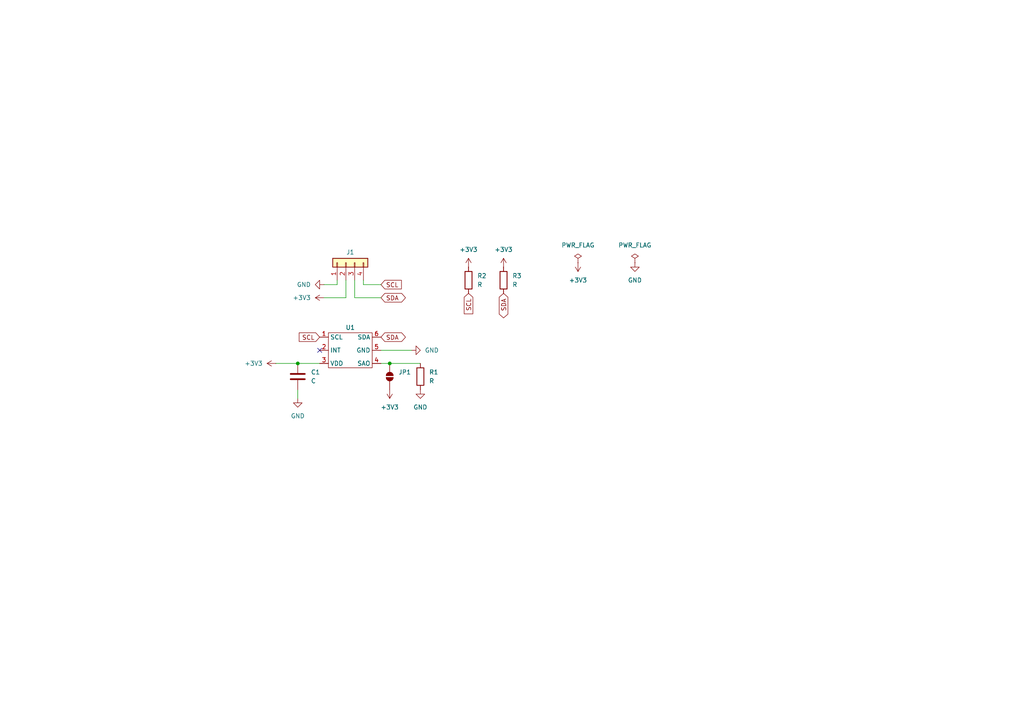
<source format=kicad_sch>
(kicad_sch (version 20250114) (generator "eeschema") (generator_version "9.0")
  (paper "A4")
  (lib_symbols
    (symbol "Connector_Generic:Conn_01x04" (pin_names (offset 1.016) (hide yes))
      (property "Reference" "J" (at 0 5.08 0))
      (property "Value" "Conn_01x04" (at 0 -7.62 0))
      (symbol "Conn_01x04_1_1"
        (rectangle (start -1.27 3.81) (end 1.27 -6.35) (stroke (width 0.254)) (fill (type background)))
        (rectangle (start -1.27 2.667) (end 0 2.413) (stroke (width 0.1524)))
        (rectangle (start -1.27 0.127) (end 0 -0.127) (stroke (width 0.1524)))
        (rectangle (start -1.27 -2.413) (end 0 -2.667) (stroke (width 0.1524)))
        (rectangle (start -1.27 -4.953) (end 0 -5.207) (stroke (width 0.1524)))
        (pin passive line (at -5.08 2.54 0) (length 3.81) (name "Pin_1") (number "1"))
        (pin passive line (at -5.08 0 0) (length 3.81) (name "Pin_2") (number "2"))
        (pin passive line (at -5.08 -2.54 0) (length 3.81) (name "Pin_3") (number "3"))
        (pin passive line (at -5.08 -5.08 0) (length 3.81) (name "Pin_4") (number "4"))
      )
    )
    (symbol "Device:C" (pin_numbers (hide yes)) (pin_names (offset 0.254))
      (property "Reference" "C" (at 0.635 2.54 0))
      (property "Value" "C" (at 0.635 -2.54 0))
      (symbol "C_0_1"
        (polyline (pts (xy -2.032 0.762) (xy 2.032 0.762)) (stroke (width 0.508)))
        (polyline (pts (xy -2.032 -0.762) (xy 2.032 -0.762)) (stroke (width 0.508)))
      )
      (symbol "C_1_1"
        (pin passive line (at 0 3.81 270) (length 2.794) (name "~") (number "1"))
        (pin passive line (at 0 -3.81 90) (length 2.794) (name "~") (number "2"))
      )
    )
    (symbol "Device:R" (pin_numbers (hide yes)) (pin_names (offset 0))
      (property "Reference" "R" (at 2.032 0 90))
      (property "Value" "R" (at 0 0 90))
      (symbol "R_0_1"
        (rectangle (start -1.016 -2.54) (end 1.016 2.54) (stroke (width 0.254)))
      )
      (symbol "R_1_1"
        (pin passive line (at 0 3.81 270) (length 1.27) (name "~") (number "1"))
        (pin passive line (at 0 -3.81 90) (length 1.27) (name "~") (number "2"))
      )
    )
    (symbol "Jumper:SolderJumper_2_Open" (pin_numbers (hide yes)) (pin_names (offset 0) (hide yes)) (in_bom no)
      (property "Reference" "JP" (at 0 2.032 0))
      (property "Value" "SolderJumper_2_Open" (at 0 -2.54 0))
      (symbol "SolderJumper_2_Open_0_1"
        (polyline (pts (xy -0.254 1.016) (xy -0.254 -1.016)))
        (arc (start -0.254 -1.016) (mid -1.2656 0) (end -0.254 1.016))
        (arc (start -0.254 -1.016) (mid -1.2656 0) (end -0.254 1.016) (fill (type outline)))
        (arc (start 0.254 1.016) (mid 1.2656 0) (end 0.254 -1.016))
        (arc (start 0.254 1.016) (mid 1.2656 0) (end 0.254 -1.016) (fill (type outline)))
        (polyline (pts (xy 0.254 1.016) (xy 0.254 -1.016)))
      )
      (symbol "SolderJumper_2_Open_1_1"
        (pin passive line (at -3.81 0 0) (length 2.54) (name "A") (number "1"))
        (pin passive line (at 3.81 0 180) (length 2.54) (name "B") (number "2"))
      )
    )
    (symbol "Sensor_Wurth_WSEN-TIDS:2521020222501"
      (property "Reference" "U" (at 0 6.35 0))
      (symbol "2521020222501_0_1"
        (rectangle (start -6.35 5.08) (end 6.35 -5.08))
      )
      (symbol "2521020222501_1_1"
        (pin input line (at -8.89 3.81 0) (length 2.54) (name "SCL") (number "1"))
        (pin output line (at -8.89 0 0) (length 2.54) (name "INT") (number "2"))
        (pin power_in line (at -8.89 -3.81 0) (length 2.54) (name "VDD") (number "3"))
        (pin bidirectional line (at 8.89 3.81 180) (length 2.54) (name "SDA") (number "6"))
        (pin power_in line (at 8.89 0 180) (length 2.54) (name "GND") (number "5"))
        (pin input line (at 8.89 -3.81 180) (length 2.54) (name "SAO") (number "4"))
      )
    )
    (symbol "power:+3V3" (power) (pin_numbers (hide yes)) (pin_names (offset 0) (hide yes))
      (property "Value" "+3V3" (at 0 3.556 0))
      (symbol "+3V3_0_1"
        (polyline (pts (xy -0.762 1.27) (xy 0 2.54)))
        (polyline (pts (xy 0 2.54) (xy 0.762 1.27)))
        (polyline (pts (xy 0 0) (xy 0 2.54)))
      )
      (symbol "+3V3_1_1"
        (pin power_in line (at 0 0 90) (length 0) (name "~") (number "1"))
      )
    )
    (symbol "power:GND" (power) (pin_numbers (hide yes)) (pin_names (offset 0) (hide yes))
      (property "Value" "GND" (at 0 -3.81 0))
      (symbol "GND_0_1"
        (polyline (pts (xy 0 0) (xy 0 -1.27) (xy 1.27 -1.27) (xy 0 -2.54) (xy -1.27 -1.27) (xy 0 -1.27)))
      )
      (symbol "GND_1_1"
        (pin power_in line (at 0 0 270) (length 0) (name "~") (number "1"))
      )
    )
    (symbol "power:PWR_FLAG" (power) (pin_numbers (hide yes)) (pin_names (offset 0) (hide yes))
      (property "Value" "PWR_FLAG" (at 0 3.81 0))
      (symbol "PWR_FLAG_0_0"
        (pin power_out line (at 0 0 90) (length 0) (name "~") (number "1"))
      )
      (symbol "PWR_FLAG_0_1"
        (polyline (pts (xy 0 0) (xy 0 1.27) (xy -1.016 1.905) (xy 0 2.54) (xy 1.016 1.905) (xy 0 1.27)))
      )
    )
  )
  (junction (at 113.03 105.41))
  (junction (at 86.36 105.41))
  (no_connect (at 92.71 101.6))
  (wire (pts (xy 92.71 105.41) (xy 86.36 105.41)))
  (wire (pts (xy 102.87 86.36) (xy 110.49 86.36)))
  (wire (pts (xy 105.41 82.55) (xy 110.49 82.55)))
  (wire (pts (xy 102.87 81.28) (xy 102.87 86.36)))
  (wire (pts (xy 110.49 101.6) (xy 119.38 101.6)))
  (wire (pts (xy 110.49 105.41) (xy 113.03 105.41)))
  (wire (pts (xy 97.79 82.55) (xy 97.79 81.28)))
  (wire (pts (xy 93.98 86.36) (xy 100.33 86.36)))
  (wire (pts (xy 80.01 105.41) (xy 86.36 105.41)))
  (wire (pts (xy 113.03 105.41) (xy 121.92 105.41)))
  (wire (pts (xy 93.98 82.55) (xy 97.79 82.55)))
  (wire (pts (xy 86.36 113.03) (xy 86.36 115.57)))
  (wire (pts (xy 100.33 86.36) (xy 100.33 81.28)))
  (wire (pts (xy 105.41 81.28) (xy 105.41 82.55)))
  (global_label "SDA" (shape bidirectional) (at 110.49 97.79 0) (property "Intersheetrefs" "${INTERSHEET_REFS}" (effects (hide yes))))
  (global_label "SDA" (shape bidirectional) (at 110.49 86.36 0) (property "Intersheetrefs" "${INTERSHEET_REFS}" (effects (hide yes))))
  (global_label "SCL" (shape input) (at 135.89 85.09 270) (property "Intersheetrefs" "${INTERSHEET_REFS}" (effects (hide yes))))
  (global_label "SCL" (shape input) (at 110.49 82.55 0) (property "Intersheetrefs" "${INTERSHEET_REFS}" (effects (hide yes))))
  (global_label "SDA" (shape bidirectional) (at 146.05 85.09 270) (property "Intersheetrefs" "${INTERSHEET_REFS}" (effects (hide yes))))
  (global_label "SCL" (shape input) (at 92.71 97.79 180) (property "Intersheetrefs" "${INTERSHEET_REFS}" (effects (hide yes))))
  (symbol (lib_id "power:+3V3") (at 93.98 86.36 90) (unit 1)
    (property "Reference" "#PWR07" (effects (hide yes)))
    (property "Value" "+3V3" (at 90.17 86.3599 90) (effects (justify left)))
    (property "Description" "Power symbol creates a global label with name \"+3V3\"" (effects (hide yes)))
  )
  (symbol (lib_id "Sensor_Wurth_WSEN-TIDS:2521020222501") (at 101.6 101.6 0) (unit 1)
    (property "Reference" "U1" (at 101.6 94.996 0))
    (property "Value" "2521020222501" (effects (hide yes)))
    (property "Footprint" "Sensor_SMD_Wurth:U_Wurth_WSEN-TIDS_2521020222501" (effects (hide yes)))
    (property "Datasheet" "https://www.we-online.com/catalog/datasheet/2521020222501.pdf?ki" (effects (hide yes)))
    (property "Description" "Temperature Sensor IC & EV-Kits" (effects (hide yes)))
    (property "Manufacturer" "Wurth Elektronik" (effects (hide yes)))
    (property "Manufacturer URL" "https://www.we-online.com" (effects (hide yes)))
    (property "Published Date" "20251110" (effects (hide yes)))
    (property "Match Code" "WSEN-TIDS" (effects (hide yes)))
    (property "Part Number" "2521020222501" (effects (hide yes)))
    (property "Mounting Technology" "SMT" (effects (hide yes)))
    (property "Min. Operating Temperature (°C)" "-40" (effects (hide yes)))
    (property "Max. Operating Temperature " "125" (effects (hide yes)))
    (property "TACC_TOT" "±0.7 °C" (effects (hide yes)))
  )
  (symbol (lib_id "power:GND") (at 119.38 101.6 90) (unit 1)
    (property "Reference" "#PWR013" (effects (hide yes)))
    (property "Value" "GND" (at 123.19 101.5999 90) (effects (justify right)))
    (property "Description" "Power symbol creates a global label with name \"GND\" , ground" (effects (hide yes)))
  )
  (symbol (lib_id "power:PWR_FLAG") (at 167.64 76.2 0) (unit 1)
    (property "Reference" "#FLG01" (effects (hide yes)))
    (property "Value" "PWR_FLAG" (at 167.64 71.12 0))
    (property "Description" "Special symbol for telling ERC where power comes from" (effects (hide yes)))
  )
  (symbol (lib_id "power:+3V3") (at 80.01 105.41 90) (unit 1)
    (property "Reference" "#PWR02" (effects (hide yes)))
    (property "Value" "+3V3" (at 76.2 105.4099 90) (effects (justify left)))
    (property "Description" "Power symbol creates a global label with name \"+3V3\"" (effects (hide yes)))
  )
  (symbol (lib_id "power:GND") (at 184.15 76.2 0) (unit 1)
    (property "Reference" "#PWR01" (effects (hide yes)))
    (property "Value" "GND" (at 184.15 81.28 0))
    (property "Description" "Power symbol creates a global label with name \"GND\" , ground" (effects (hide yes)))
  )
  (symbol (lib_id "power:+3V3") (at 167.64 76.2 180) (unit 1)
    (property "Reference" "#PWR010" (effects (hide yes)))
    (property "Value" "+3V3" (at 167.64 81.28 0))
    (property "Description" "Power symbol creates a global label with name \"+3V3\"" (effects (hide yes)))
  )
  (symbol (lib_id "Device:R") (at 135.89 81.28 0) (unit 1)
    (property "Reference" "R2" (at 138.43 80.0099 0) (effects (justify left)))
    (property "Value" "R" (at 138.43 82.5499 0) (effects (justify left)))
    (property "Footprint" "Resistor_SMD:R_0402_1005Metric" (effects (hide yes)))
    (property "Description" "Resistor" (effects (hide yes)))
  )
  (symbol (lib_id "power:GND") (at 86.36 115.57 0) (unit 1)
    (property "Reference" "#PWR011" (effects (hide yes)))
    (property "Value" "GND" (at 86.36 120.65 0))
    (property "Description" "Power symbol creates a global label with name \"GND\" , ground" (effects (hide yes)))
  )
  (symbol (lib_id "power:+3V3") (at 113.03 113.03 180) (unit 1)
    (property "Reference" "#PWR05" (effects (hide yes)))
    (property "Value" "+3V3" (at 113.03 118.11 0))
    (property "Description" "Power symbol creates a global label with name \"+3V3\"" (effects (hide yes)))
  )
  (symbol (lib_id "power:GND") (at 121.92 113.03 0) (unit 1)
    (property "Reference" "#PWR012" (effects (hide yes)))
    (property "Value" "GND" (at 121.92 118.11 0))
    (property "Description" "Power symbol creates a global label with name \"GND\" , ground" (effects (hide yes)))
  )
  (symbol (lib_id "Jumper:SolderJumper_2_Open") (at 113.03 109.22 90) (unit 1) (in_bom no)
    (property "Reference" "JP1" (at 115.57 107.9499 90) (effects (justify right)))
    (property "Value" "SolderJumper_2_Open" (effects (hide yes)))
    (property "Footprint" "Jumper:SolderJumper-2_P1.3mm_Open_RoundedPad1.0x1.5mm" (effects (hide yes)))
    (property "Description" "Solder Jumper, 2-pole, open" (effects (hide yes)))
  )
  (symbol (lib_id "power:+3V3") (at 135.89 77.47 0) (unit 1)
    (property "Reference" "#PWR08" (effects (hide yes)))
    (property "Value" "+3V3" (at 135.89 72.39 0))
    (property "Description" "Power symbol creates a global label with name \"+3V3\"" (effects (hide yes)))
  )
  (symbol (lib_id "Device:C") (at 86.36 109.22 0) (unit 1)
    (property "Reference" "C1" (at 90.17 107.9499 0) (effects (justify left)))
    (property "Value" "C" (at 90.17 110.4899 0) (effects (justify left)))
    (property "Footprint" "Capacitor_SMD:C_0402_1005Metric" (effects (hide yes)))
    (property "Description" "Unpolarized capacitor" (effects (hide yes)))
  )
  (symbol (lib_id "power:GND") (at 93.98 82.55 270) (unit 1)
    (property "Reference" "#PWR014" (effects (hide yes)))
    (property "Value" "GND" (at 90.17 82.5499 90) (effects (justify right)))
    (property "Description" "Power symbol creates a global label with name \"GND\" , ground" (effects (hide yes)))
  )
  (symbol (lib_id "power:+3V3") (at 146.05 77.47 0) (unit 1)
    (property "Reference" "#PWR09" (effects (hide yes)))
    (property "Value" "+3V3" (at 146.05 72.39 0))
    (property "Description" "Power symbol creates a global label with name \"+3V3\"" (effects (hide yes)))
  )
  (symbol (lib_id "Connector_Generic:Conn_01x04") (at 100.33 76.2 90) (unit 1)
    (property "Reference" "J1" (at 101.6 73.152 90))
    (property "Value" "Conn_01x04" (effects (hide yes)))
    (property "Footprint" "Connector_JST:JST_SH_SM04B-SRSS-TB_1x04-1MP_P1.00mm_Horizontal" (effects (hide yes)))
    (property "Description" "Generic connector, single row, 01x04, script generated (kicad-library-utils/schlib/autogen/connector/)" (effects (hide yes)))
  )
  (symbol (lib_id "power:PWR_FLAG") (at 184.15 76.2 0) (unit 1)
    (property "Reference" "#FLG02" (effects (hide yes)))
    (property "Value" "PWR_FLAG" (at 184.15 71.12 0))
    (property "Description" "Special symbol for telling ERC where power comes from" (effects (hide yes)))
  )
  (symbol (lib_id "Device:R") (at 121.92 109.22 180) (unit 1)
    (property "Reference" "R1" (at 124.46 107.9499 0) (effects (justify right)))
    (property "Value" "R" (at 124.46 110.4899 0) (effects (justify right)))
    (property "Footprint" "Resistor_SMD:R_0402_1005Metric" (effects (hide yes)))
    (property "Description" "Resistor" (effects (hide yes)))
  )
  (symbol (lib_id "Device:R") (at 146.05 81.28 0) (unit 1)
    (property "Reference" "R3" (at 148.59 80.0099 0) (effects (justify left)))
    (property "Value" "R" (at 148.59 82.5499 0) (effects (justify left)))
    (property "Footprint" "Resistor_SMD:R_0402_1005Metric" (effects (hide yes)))
    (property "Description" "Resistor" (effects (hide yes)))
  )
)
</source>
